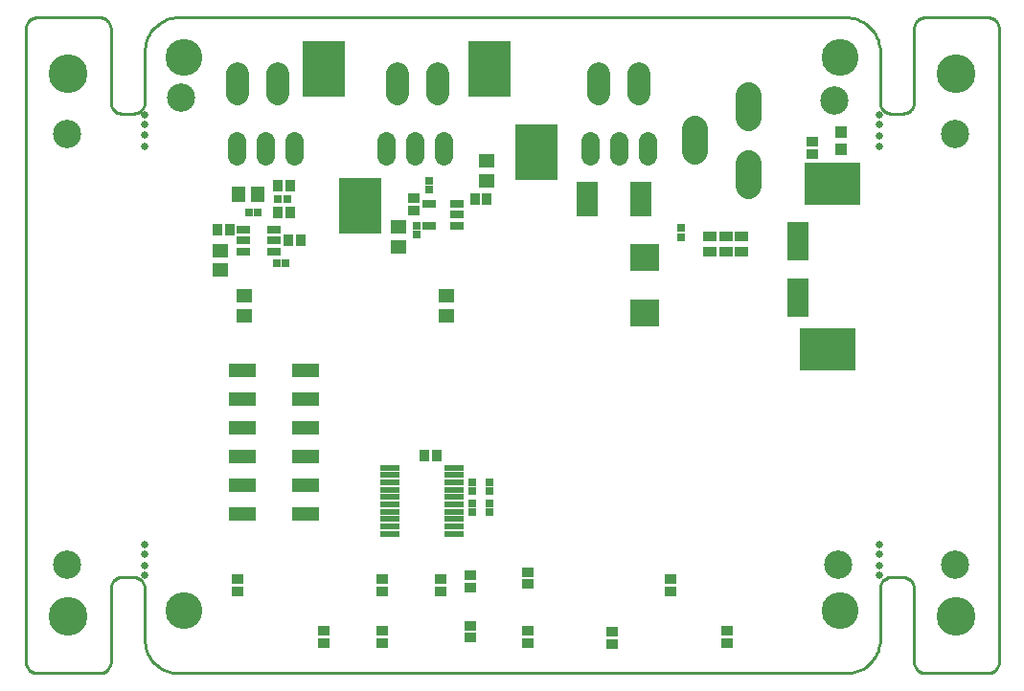
<source format=gbr>
G04 EAGLE Gerber RS-274X export*
G75*
%MOIN*%
%FSLAX34Y34*%
%LPD*%
%INSoldermask Top*%
%IPPOS*%
%AMOC8*
5,1,8,0,0,1.08239X$1,22.5*%
G01*
%ADD10C,0.128110*%
%ADD11C,0.025000*%
%ADD12C,0.135000*%
%ADD13R,0.040000X0.037000*%
%ADD14R,0.145000X0.195000*%
%ADD15R,0.195000X0.145000*%
%ADD16C,0.098425*%
%ADD17R,0.097500X0.050000*%
%ADD18R,0.065000X0.023701*%
%ADD19C,0.089118*%
%ADD20R,0.041496X0.041496*%
%ADD21R,0.049370X0.031654*%
%ADD22R,0.027000X0.027000*%
%ADD23R,0.052000X0.045000*%
%ADD24R,0.037000X0.040000*%
%ADD25R,0.099000X0.095000*%
%ADD26R,0.045433X0.031654*%
%ADD27R,0.045433X0.037559*%
%ADD28C,0.064000*%
%ADD29R,0.072992X0.135984*%
%ADD30R,0.076000X0.124000*%
%ADD31C,0.080866*%
%ADD32R,0.045000X0.052000*%
%ADD33C,0.010000*%


D10*
X1378Y1378D03*
X24213Y1378D03*
X1378Y20669D03*
X24213Y20669D03*
D11*
X0Y2609D03*
X0Y2953D03*
X0Y3346D03*
X0Y3690D03*
X0Y17570D03*
X0Y18651D03*
X0Y18307D03*
X0Y17963D03*
D12*
X-2657Y1181D03*
X-2657Y20079D03*
D11*
X25579Y2609D03*
X25579Y2953D03*
X25579Y3346D03*
X25579Y3690D03*
D12*
X28248Y1181D03*
X28248Y20079D03*
D11*
X25579Y17570D03*
X25579Y18651D03*
X25579Y18307D03*
X25579Y17913D03*
D13*
X13320Y2310D03*
X13320Y2730D03*
D14*
X12000Y20270D03*
D15*
X23770Y10500D03*
D16*
X24000Y19140D03*
X24120Y3000D03*
X1260Y19260D03*
D17*
X5613Y9750D03*
X3388Y9750D03*
X5613Y8750D03*
X3388Y8750D03*
X5613Y7750D03*
X3388Y7750D03*
X5613Y6750D03*
X3388Y6750D03*
X5613Y5750D03*
X3388Y5750D03*
X5613Y4750D03*
X3388Y4750D03*
D18*
X8548Y4069D03*
X8548Y4325D03*
X8548Y4581D03*
X8548Y4837D03*
X8548Y5093D03*
X8548Y5349D03*
X8548Y5605D03*
X8548Y5861D03*
X10768Y4069D03*
X10768Y4325D03*
X10768Y4581D03*
X10768Y4837D03*
X10768Y5093D03*
X10768Y5349D03*
X10768Y5605D03*
X10768Y5861D03*
X10768Y6116D03*
X10768Y6372D03*
X8548Y6116D03*
X8548Y6372D03*
D19*
X19140Y17384D02*
X19140Y18176D01*
X20990Y18566D02*
X20990Y19357D01*
X20990Y16994D02*
X20990Y16203D01*
D20*
X24250Y17455D03*
X24250Y18045D03*
D14*
X6250Y20270D03*
D21*
X3429Y14280D03*
X3429Y14654D03*
X3429Y13906D03*
X4491Y13906D03*
X4491Y14654D03*
X4491Y14280D03*
D22*
X4585Y13500D03*
X4895Y13500D03*
D23*
X2640Y13920D03*
X2640Y13240D03*
D24*
X4650Y15240D03*
X5070Y15240D03*
X5010Y14280D03*
X5430Y14280D03*
D22*
X4645Y15720D03*
X4955Y15720D03*
D23*
X3480Y11660D03*
X3480Y12340D03*
D16*
X-2700Y3000D03*
X-2700Y18000D03*
D25*
X17400Y13680D03*
X17400Y11760D03*
D26*
X10872Y15180D03*
X10872Y14806D03*
X10872Y15554D03*
X9888Y15554D03*
X9888Y14806D03*
D22*
X9900Y16045D03*
X9900Y16355D03*
D23*
X10500Y11660D03*
X10500Y12340D03*
D13*
X9360Y15750D03*
X9360Y15330D03*
D24*
X11490Y15720D03*
X11910Y15720D03*
X2970Y14640D03*
X2550Y14640D03*
D27*
X20760Y14416D03*
X20760Y13904D03*
X20220Y14416D03*
X20220Y13904D03*
X19680Y14416D03*
X19680Y13904D03*
D28*
X17500Y17230D02*
X17500Y17770D01*
X16500Y17770D02*
X16500Y17230D01*
X15500Y17230D02*
X15500Y17770D01*
X5200Y17770D02*
X5200Y17230D01*
X4200Y17230D02*
X4200Y17770D01*
X3200Y17770D02*
X3200Y17230D01*
X10400Y17230D02*
X10400Y17770D01*
X9400Y17770D02*
X9400Y17230D01*
X8400Y17230D02*
X8400Y17770D01*
D24*
X5070Y16200D03*
X4650Y16200D03*
D29*
X22750Y14250D03*
X22750Y12281D03*
D30*
X15400Y15730D03*
X17280Y15730D03*
D22*
X18670Y14715D03*
X18670Y14405D03*
D13*
X11340Y2190D03*
X11340Y2610D03*
D24*
X10170Y6780D03*
X9750Y6780D03*
D13*
X11340Y450D03*
X11340Y870D03*
D15*
X23920Y16250D03*
D23*
X11900Y16360D03*
X11900Y17040D03*
D31*
X17189Y19396D02*
X17189Y20104D01*
X15811Y20104D02*
X15811Y19396D01*
X4619Y19396D02*
X4619Y20104D01*
X3241Y20104D02*
X3241Y19396D01*
X10189Y19396D02*
X10189Y20104D01*
X8811Y20104D02*
X8811Y19396D01*
D16*
X28200Y3000D03*
X28200Y18000D03*
D22*
X11400Y4825D03*
X11400Y5135D03*
X11400Y5855D03*
X11400Y5545D03*
X12000Y4825D03*
X12000Y5135D03*
X12000Y5855D03*
X12000Y5545D03*
D13*
X23250Y17290D03*
X23250Y17710D03*
D14*
X7500Y15480D03*
X13630Y17360D03*
D13*
X13320Y270D03*
X13320Y690D03*
X6240Y270D03*
X6240Y690D03*
X18300Y2070D03*
X18300Y2490D03*
X8280Y2070D03*
X8280Y2490D03*
X8280Y270D03*
X8280Y690D03*
X10310Y2060D03*
X10310Y2480D03*
X20280Y270D03*
X20280Y690D03*
X3240Y2070D03*
X3240Y2490D03*
X16270Y230D03*
X16270Y650D03*
D22*
X3935Y15240D03*
X3625Y15240D03*
D32*
X3940Y15900D03*
X3260Y15900D03*
D23*
X8820Y14740D03*
X8820Y14060D03*
D22*
X9480Y14795D03*
X9480Y14485D03*
D33*
X-4134Y-394D02*
X-4132Y-428D01*
X-4128Y-462D01*
X-4120Y-496D01*
X-4110Y-528D01*
X-4097Y-560D01*
X-4081Y-591D01*
X-4063Y-620D01*
X-4042Y-647D01*
X-4019Y-672D01*
X-3993Y-695D01*
X-3966Y-716D01*
X-3937Y-735D01*
X-3907Y-751D01*
X-3875Y-764D01*
X-3842Y-774D01*
X-3809Y-781D01*
X-3774Y-786D01*
X-3740Y-787D01*
X-1575Y-787D01*
X-1540Y-786D01*
X-1506Y-781D01*
X-1473Y-774D01*
X-1440Y-764D01*
X-1408Y-751D01*
X-1378Y-735D01*
X-1349Y-716D01*
X-1322Y-695D01*
X-1296Y-672D01*
X-1273Y-647D01*
X-1252Y-620D01*
X-1234Y-591D01*
X-1218Y-560D01*
X-1205Y-528D01*
X-1195Y-496D01*
X-1187Y-462D01*
X-1183Y-428D01*
X-1181Y-394D01*
X-1181Y2165D01*
X-1180Y2200D01*
X-1175Y2234D01*
X-1168Y2267D01*
X-1157Y2300D01*
X-1144Y2332D01*
X-1128Y2362D01*
X-1110Y2391D01*
X-1089Y2418D01*
X-1066Y2444D01*
X-1040Y2467D01*
X-1013Y2488D01*
X-984Y2506D01*
X-954Y2522D01*
X-922Y2535D01*
X-889Y2546D01*
X-856Y2553D01*
X-822Y2558D01*
X-787Y2559D01*
X-394Y2559D01*
X-359Y2558D01*
X-325Y2553D01*
X-292Y2546D01*
X-259Y2535D01*
X-227Y2522D01*
X-197Y2506D01*
X-168Y2488D01*
X-141Y2467D01*
X-115Y2444D01*
X-92Y2418D01*
X-71Y2391D01*
X-53Y2362D01*
X-37Y2332D01*
X-24Y2300D01*
X-13Y2267D01*
X-6Y2234D01*
X-1Y2200D01*
X0Y2165D01*
X0Y394D01*
X4Y291D01*
X18Y189D01*
X40Y88D01*
X71Y-10D01*
X111Y-105D01*
X158Y-197D01*
X214Y-284D01*
X276Y-365D01*
X346Y-441D01*
X422Y-511D01*
X504Y-574D01*
X591Y-629D01*
X682Y-677D01*
X777Y-716D01*
X875Y-747D01*
X976Y-769D01*
X1078Y-783D01*
X1181Y-787D01*
X24409Y-787D01*
X24512Y-783D01*
X24615Y-769D01*
X24715Y-747D01*
X24813Y-716D01*
X24909Y-677D01*
X25000Y-629D01*
X25087Y-574D01*
X25169Y-511D01*
X25245Y-441D01*
X25314Y-365D01*
X25377Y-284D01*
X25432Y-197D01*
X25480Y-105D01*
X25519Y-10D01*
X25550Y88D01*
X25573Y189D01*
X25586Y291D01*
X25591Y394D01*
X25591Y2165D01*
X25592Y2200D01*
X25597Y2234D01*
X25604Y2267D01*
X25614Y2300D01*
X25627Y2332D01*
X25643Y2362D01*
X25662Y2391D01*
X25683Y2418D01*
X25706Y2444D01*
X25731Y2467D01*
X25758Y2488D01*
X25787Y2506D01*
X25818Y2522D01*
X25850Y2535D01*
X25882Y2546D01*
X25916Y2553D01*
X25950Y2558D01*
X25984Y2559D01*
X26378Y2559D01*
X26412Y2558D01*
X26446Y2553D01*
X26480Y2546D01*
X26513Y2535D01*
X26544Y2522D01*
X26575Y2506D01*
X26604Y2488D01*
X26631Y2467D01*
X26656Y2444D01*
X26680Y2418D01*
X26700Y2391D01*
X26719Y2362D01*
X26735Y2332D01*
X26748Y2300D01*
X26758Y2267D01*
X26766Y2234D01*
X26770Y2200D01*
X26772Y2165D01*
X26772Y-394D01*
X26773Y-428D01*
X26778Y-462D01*
X26785Y-496D01*
X26795Y-528D01*
X26809Y-560D01*
X26824Y-591D01*
X26843Y-620D01*
X26864Y-647D01*
X26887Y-672D01*
X26912Y-695D01*
X26940Y-716D01*
X26969Y-735D01*
X26999Y-751D01*
X27031Y-764D01*
X27063Y-774D01*
X27097Y-781D01*
X27131Y-786D01*
X27165Y-787D01*
X29331Y-787D01*
X29365Y-786D01*
X29399Y-781D01*
X29433Y-774D01*
X29465Y-764D01*
X29497Y-751D01*
X29528Y-735D01*
X29557Y-716D01*
X29584Y-695D01*
X29609Y-672D01*
X29632Y-647D01*
X29653Y-620D01*
X29672Y-591D01*
X29688Y-560D01*
X29701Y-528D01*
X29711Y-496D01*
X29718Y-462D01*
X29723Y-428D01*
X29724Y-394D01*
X29724Y21654D01*
X29723Y21688D01*
X29718Y21722D01*
X29711Y21755D01*
X29701Y21788D01*
X29688Y21820D01*
X29672Y21850D01*
X29653Y21879D01*
X29632Y21907D01*
X29609Y21932D01*
X29584Y21955D01*
X29557Y21976D01*
X29528Y21994D01*
X29497Y22010D01*
X29465Y22024D01*
X29433Y22034D01*
X29399Y22041D01*
X29365Y22046D01*
X29331Y22047D01*
X27165Y22047D01*
X27131Y22046D01*
X27097Y22041D01*
X27063Y22034D01*
X27031Y22024D01*
X26999Y22010D01*
X26969Y21994D01*
X26940Y21976D01*
X26912Y21955D01*
X26887Y21932D01*
X26864Y21907D01*
X26843Y21879D01*
X26824Y21850D01*
X26809Y21820D01*
X26795Y21788D01*
X26785Y21755D01*
X26778Y21722D01*
X26773Y21688D01*
X26772Y21654D01*
X26772Y19094D01*
X26770Y19060D01*
X26766Y19026D01*
X26758Y18993D01*
X26748Y18960D01*
X26735Y18928D01*
X26719Y18898D01*
X26700Y18869D01*
X26680Y18841D01*
X26656Y18816D01*
X26631Y18793D01*
X26604Y18772D01*
X26575Y18754D01*
X26544Y18738D01*
X26513Y18725D01*
X26480Y18714D01*
X26446Y18707D01*
X26412Y18702D01*
X26378Y18701D01*
X25984Y18701D01*
X25950Y18702D01*
X25916Y18707D01*
X25882Y18714D01*
X25850Y18725D01*
X25818Y18738D01*
X25787Y18754D01*
X25758Y18772D01*
X25731Y18793D01*
X25706Y18816D01*
X25683Y18841D01*
X25662Y18869D01*
X25643Y18898D01*
X25627Y18928D01*
X25614Y18960D01*
X25604Y18993D01*
X25597Y19026D01*
X25592Y19060D01*
X25591Y19094D01*
X25591Y20866D01*
X25586Y20969D01*
X25573Y21071D01*
X25550Y21172D01*
X25519Y21270D01*
X25480Y21365D01*
X25432Y21457D01*
X25377Y21544D01*
X25314Y21625D01*
X25245Y21701D01*
X25169Y21771D01*
X25087Y21834D01*
X25000Y21889D01*
X24909Y21937D01*
X24813Y21976D01*
X24715Y22007D01*
X24615Y22029D01*
X24512Y22043D01*
X24409Y22047D01*
X1181Y22047D01*
X1078Y22043D01*
X976Y22029D01*
X875Y22007D01*
X777Y21976D01*
X682Y21937D01*
X591Y21889D01*
X504Y21834D01*
X422Y21771D01*
X346Y21701D01*
X276Y21625D01*
X214Y21544D01*
X158Y21457D01*
X111Y21365D01*
X71Y21270D01*
X40Y21172D01*
X18Y21071D01*
X4Y20969D01*
X0Y20866D01*
X0Y19094D01*
X-1Y19060D01*
X-6Y19026D01*
X-13Y18993D01*
X-24Y18960D01*
X-37Y18928D01*
X-53Y18898D01*
X-71Y18869D01*
X-92Y18841D01*
X-115Y18816D01*
X-141Y18793D01*
X-168Y18772D01*
X-197Y18754D01*
X-227Y18738D01*
X-259Y18725D01*
X-292Y18714D01*
X-325Y18707D01*
X-359Y18702D01*
X-394Y18701D01*
X-787Y18701D01*
X-822Y18702D01*
X-856Y18707D01*
X-889Y18714D01*
X-922Y18725D01*
X-954Y18738D01*
X-984Y18754D01*
X-1013Y18772D01*
X-1040Y18793D01*
X-1066Y18816D01*
X-1089Y18841D01*
X-1110Y18869D01*
X-1128Y18898D01*
X-1144Y18928D01*
X-1157Y18960D01*
X-1168Y18993D01*
X-1175Y19026D01*
X-1180Y19060D01*
X-1181Y19094D01*
X-1181Y21654D01*
X-1183Y21688D01*
X-1187Y21722D01*
X-1195Y21755D01*
X-1205Y21788D01*
X-1218Y21820D01*
X-1234Y21850D01*
X-1252Y21879D01*
X-1273Y21907D01*
X-1296Y21932D01*
X-1322Y21955D01*
X-1349Y21976D01*
X-1378Y21994D01*
X-1408Y22010D01*
X-1440Y22024D01*
X-1473Y22034D01*
X-1506Y22041D01*
X-1540Y22046D01*
X-1575Y22047D01*
X-3740Y22047D01*
X-3774Y22046D01*
X-3809Y22041D01*
X-3842Y22034D01*
X-3875Y22024D01*
X-3907Y22010D01*
X-3937Y21994D01*
X-3966Y21976D01*
X-3993Y21955D01*
X-4019Y21932D01*
X-4042Y21907D01*
X-4063Y21879D01*
X-4081Y21850D01*
X-4097Y21820D01*
X-4110Y21788D01*
X-4120Y21755D01*
X-4128Y21722D01*
X-4132Y21688D01*
X-4134Y21654D01*
X-4134Y-394D01*
M02*

</source>
